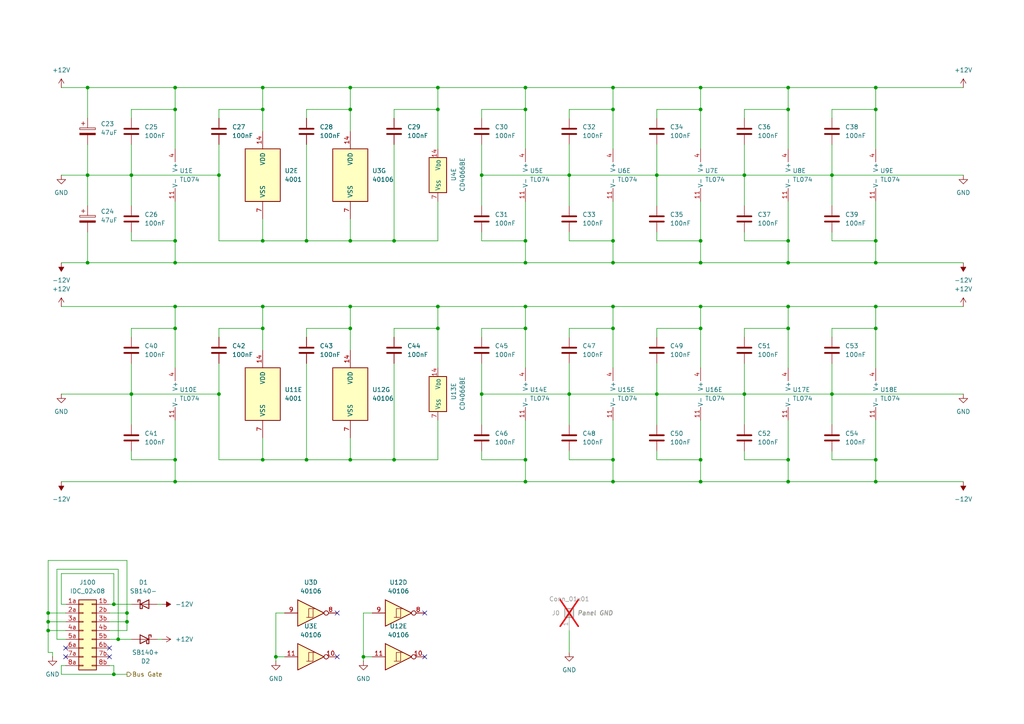
<source format=kicad_sch>
(kicad_sch (version 20250114) (generator "eeschema") (generator_version "9.0")
  (paper "A4")
  (title_block (title "Power Distribution") (company "DMH Instruments") (comment 1 "PCB for 15cm Kosmo format synthesizer module"))
  (lib_symbols
    (symbol "4xxx:4001" (pin_names (offset 1.016))
      (property "Reference" "U" (at 0 1.27 0))
      (property "Value" "4001" (at 0 -1.27 0))
      (symbol "4001_1_1"
        (pin input line (at -7.62 2.54 0) (length 4.318) (name "~") (number "1"))
        (pin input line (at -7.62 -2.54 0) (length 4.318) (name "~") (number "2"))
        (pin output inverted (at 7.62 0 180) (length 3.81) (name "~") (number "3"))
      )
      (symbol "4001_1_2"
        (pin input inverted (at -7.62 2.54 0) (length 3.81) (name "~") (number "1"))
        (pin input inverted (at -7.62 -2.54 0) (length 3.81) (name "~") (number "2"))
        (pin output line (at 7.62 0 180) (length 3.81) (name "~") (number "3"))
      )
      (symbol "4001_2_1"
        (pin input line (at -7.62 2.54 0) (length 4.318) (name "~") (number "5"))
        (pin input line (at -7.62 -2.54 0) (length 4.318) (name "~") (number "6"))
        (pin output inverted (at 7.62 0 180) (length 3.81) (name "~") (number "4"))
      )
      (symbol "4001_2_2"
        (pin input inverted (at -7.62 2.54 0) (length 3.81) (name "~") (number "5"))
        (pin input inverted (at -7.62 -2.54 0) (length 3.81) (name "~") (number "6"))
        (pin output line (at 7.62 0 180) (length 3.81) (name "~") (number "4"))
      )
      (symbol "4001_3_1"
        (pin input line (at -7.62 2.54 0) (length 4.318) (name "~") (number "8"))
        (pin input line (at -7.62 -2.54 0) (length 4.318) (name "~") (number "9"))
        (pin output inverted (at 7.62 0 180) (length 3.81) (name "~") (number "10"))
      )
      (symbol "4001_3_2"
        (pin input inverted (at -7.62 2.54 0) (length 3.81) (name "~") (number "8"))
        (pin input inverted (at -7.62 -2.54 0) (length 3.81) (name "~") (number "9"))
        (pin output line (at 7.62 0 180) (length 3.81) (name "~") (number "10"))
      )
      (symbol "4001_4_1"
        (pin input line (at -7.62 2.54 0) (length 4.318) (name "~") (number "12"))
        (pin input line (at -7.62 -2.54 0) (length 4.318) (name "~") (number "13"))
        (pin output inverted (at 7.62 0 180) (length 3.81) (name "~") (number "11"))
      )
      (symbol "4001_4_2"
        (pin input inverted (at -7.62 2.54 0) (length 3.81) (name "~") (number "12"))
        (pin input inverted (at -7.62 -2.54 0) (length 3.81) (name "~") (number "13"))
        (pin output line (at 7.62 0 180) (length 3.81) (name "~") (number "11"))
      )
      (symbol "4001_5_0"
        (pin power_in line (at 0 12.7 270) (length 5.08) (name "VDD") (number "14"))
        (pin power_in line (at 0 -12.7 90) (length 5.08) (name "VSS") (number "7"))
      )
    )
    (symbol "4xxx:40106" (pin_names (offset 1.016))
      (property "Reference" "U" (at 0 1.27 0))
      (property "Value" "40106" (at 0 -1.27 0))
      (symbol "40106_1_0"
        (pin input line (at -7.62 0 0) (length 3.81) (name "~") (number "1"))
        (pin output inverted (at 7.62 0 180) (length 3.81) (name "~") (number "2"))
      )
      (symbol "40106_2_0"
        (pin input line (at -7.62 0 0) (length 3.81) (name "~") (number "3"))
        (pin output inverted (at 7.62 0 180) (length 3.81) (name "~") (number "4"))
      )
      (symbol "40106_3_0"
        (pin input line (at -7.62 0 0) (length 3.81) (name "~") (number "5"))
        (pin output inverted (at 7.62 0 180) (length 3.81) (name "~") (number "6"))
      )
      (symbol "40106_4_0"
        (pin input line (at -7.62 0 0) (length 3.81) (name "~") (number "9"))
        (pin output inverted (at 7.62 0 180) (length 3.81) (name "~") (number "8"))
      )
      (symbol "40106_5_0"
        (pin input line (at -7.62 0 0) (length 3.81) (name "~") (number "11"))
        (pin output inverted (at 7.62 0 180) (length 3.81) (name "~") (number "10"))
      )
      (symbol "40106_6_0"
        (pin input line (at -7.62 0 0) (length 3.81) (name "~") (number "13"))
        (pin output inverted (at 7.62 0 180) (length 3.81) (name "~") (number "12"))
      )
      (symbol "40106_7_0"
        (pin power_in line (at 0 12.7 270) (length 5.08) (name "VDD") (number "14"))
        (pin power_in line (at 0 -12.7 90) (length 5.08) (name "VSS") (number "7"))
      )
    )
    (symbol "Amplifier_Operational:TL074" (pin_names (offset 0.127))
      (property "Reference" "U" (at 0 5.08 0))
      (property "Value" "TL074" (at 0 -5.08 0))
      (symbol "TL074_1_1"
        (pin input line (at -7.62 2.54 0) (length 2.54) (name "+") (number "3"))
        (pin input line (at -7.62 -2.54 0) (length 2.54) (name "-") (number "2"))
        (pin output line (at 7.62 0 180) (length 2.54) (name "~") (number "1"))
      )
      (symbol "TL074_2_1"
        (pin input line (at -7.62 2.54 0) (length 2.54) (name "+") (number "5"))
        (pin input line (at -7.62 -2.54 0) (length 2.54) (name "-") (number "6"))
        (pin output line (at 7.62 0 180) (length 2.54) (name "~") (number "7"))
      )
      (symbol "TL074_3_1"
        (pin input line (at -7.62 2.54 0) (length 2.54) (name "+") (number "10"))
        (pin input line (at -7.62 -2.54 0) (length 2.54) (name "-") (number "9"))
        (pin output line (at 7.62 0 180) (length 2.54) (name "~") (number "8"))
      )
      (symbol "TL074_4_1"
        (pin input line (at -7.62 2.54 0) (length 2.54) (name "+") (number "12"))
        (pin input line (at -7.62 -2.54 0) (length 2.54) (name "-") (number "13"))
        (pin output line (at 7.62 0 180) (length 2.54) (name "~") (number "14"))
      )
      (symbol "TL074_5_1"
        (pin power_in line (at -2.54 7.62 270) (length 3.81) (name "V+") (number "4"))
        (pin power_in line (at -2.54 -7.62 90) (length 3.81) (name "V-") (number "11"))
      )
    )
    (symbol "Analog_Switch:CD4066BE"
      (property "Reference" "U" (at -5.08 3.81 0))
      (property "Value" "CD4066BE" (at 7.62 3.81 0))
      (symbol "CD4066BE_1_1"
        (pin bidirectional line (at -7.62 0 0) (length 2.54) (name "~") (number "1"))
        (pin input line (at 0 -5.08 90) (length 2.54) (name "~") (number "13"))
        (pin bidirectional line (at 7.62 0 180) (length 2.54) (name "~") (number "2"))
      )
      (symbol "CD4066BE_2_1"
        (pin bidirectional line (at -7.62 0 0) (length 2.54) (name "~") (number "4"))
        (pin input line (at 0 -5.08 90) (length 2.54) (name "~") (number "5"))
        (pin bidirectional line (at 7.62 0 180) (length 2.54) (name "~") (number "3"))
      )
      (symbol "CD4066BE_3_1"
        (pin bidirectional line (at -7.62 0 0) (length 2.54) (name "~") (number "8"))
        (pin input line (at 0 -5.08 90) (length 2.54) (name "~") (number "6"))
        (pin bidirectional line (at 7.62 0 180) (length 2.54) (name "~") (number "9"))
      )
      (symbol "CD4066BE_4_1"
        (pin bidirectional line (at -7.62 0 0) (length 2.54) (name "~") (number "11"))
        (pin input line (at 0 -5.08 90) (length 2.54) (name "~") (number "12"))
        (pin bidirectional line (at 7.62 0 180) (length 2.54) (name "~") (number "10"))
      )
      (symbol "CD4066BE_5_1"
        (pin power_in line (at 0 7.62 270) (length 2.54) (name "V_{DD}") (number "14"))
        (pin power_in line (at 0 -7.62 90) (length 2.54) (name "V_{SS}") (number "7"))
      )
    )
    (symbol "Connector_Generic:Conn_01x01" (pin_names (offset 1.016) (hide yes))
      (property "Reference" "J" (at 0 2.54 0))
      (property "Value" "Conn_01x01" (at 0 -2.54 0))
      (symbol "Conn_01x01_1_1"
        (pin passive line (at -5.08 0 0) (length 3.81) (name "Pin_1") (number "1"))
      )
    )
    (symbol "Device:C" (pin_numbers (hide yes)) (pin_names (offset 0.254))
      (property "Reference" "C" (at 0.635 2.54 0))
      (property "Value" "C" (at 0.635 -2.54 0))
      (symbol "C_1_1"
        (pin passive line (at 0 3.81 270) (length 2.794) (name "~") (number "1"))
        (pin passive line (at 0 -3.81 90) (length 2.794) (name "~") (number "2"))
      )
    )
    (symbol "Device:C_Polarized" (pin_numbers (hide yes)) (pin_names (offset 0.254))
      (property "Reference" "C" (at 0.635 2.54 0))
      (property "Value" "C_Polarized" (at 0.635 -2.54 0))
      (symbol "C_Polarized_1_1"
        (pin passive line (at 0 3.81 270) (length 2.794) (name "~") (number "1"))
        (pin passive line (at 0 -3.81 90) (length 2.794) (name "~") (number "2"))
      )
    )
    (symbol "SynthStuff:Eurorack_Power_Connector_16Pin" (pin_names (offset 1.016) (hide yes))
      (property "Reference" "J" (at 1.27 -16.51 0))
      (property "Value" "IDC_02x08" (at 1.27 -13.97 0))
      (symbol "Eurorack_Power_Connector_16Pin_1_1"
        (pin power_out line (at -5.08 7.62 0) (length 3.81) (name "Pin_1a") (number "1a"))
        (pin power_out line (at -5.08 5.08 0) (length 3.81) (name "Pin_2a") (number "2a"))
        (pin passive line (at -5.08 2.54 0) (length 3.81) (name "Pin_3a") (number "3a"))
        (pin passive line (at -5.08 0 0) (length 3.81) (name "Pin_4a") (number "4a"))
        (pin power_out line (at -5.08 -2.54 0) (length 3.81) (name "Pin_5a") (number "5a"))
        (pin power_out line (at -5.08 -5.08 0) (length 3.81) (name "Pin_6a") (number "6a"))
        (pin passive line (at -5.08 -7.62 0) (length 3.81) (name "Pin_7a") (number "7a"))
        (pin passive line (at -5.08 -10.16 0) (length 3.81) (name "Pin_8a") (number "8a"))
        (pin passive line (at 7.62 7.62 180) (length 3.81) (name "Pin_1b") (number "1b"))
        (pin passive line (at 7.62 5.08 180) (length 3.81) (name "Pin_2b") (number "2b"))
        (pin passive line (at 7.62 2.54 180) (length 3.81) (name "Pin_3b") (number "3b"))
        (pin passive line (at 7.62 0 180) (length 3.81) (name "Pin_4b") (number "4b"))
        (pin passive line (at 7.62 -2.54 180) (length 3.81) (name "Pin_5b") (number "5b"))
        (pin passive line (at 7.62 -5.08 180) (length 3.81) (name "Pin_6b") (number "6b"))
        (pin passive line (at 7.62 -7.62 180) (length 3.81) (name "Pin_7b") (number "7b"))
        (pin passive line (at 7.62 -10.16 180) (length 3.81) (name "Pin_8b") (number "8b"))
      )
    )
    (symbol "SynthStuff:Power_Bus_Schotty_+" (pin_numbers (hide yes)) (pin_names (offset 1.016) (hide yes))
      (property "Reference" "D" (at 0 2.54 0))
      (property "Value" "SB140+" (at 0 -2.54 0))
      (symbol "Power_Bus_Schotty_+_1_1"
        (pin power_out line (at -3.81 0 0) (length 2.54) (name "K") (number "1"))
        (pin power_in line (at 3.81 0 180) (length 2.54) (name "A") (number "2"))
      )
    )
    (symbol "SynthStuff:Power_Bus_Schotty_-" (pin_numbers (hide yes)) (pin_names (offset 1.016) (hide yes))
      (property "Reference" "D" (at 0 2.54 0))
      (property "Value" "SB140-" (at 0 -2.54 0))
      (symbol "Power_Bus_Schotty_-_1_1"
        (pin power_in line (at -3.81 0 0) (length 2.54) (name "K") (number "1"))
        (pin power_out line (at 3.81 0 180) (length 2.54) (name "A") (number "2"))
      )
    )
    (symbol "power:+12V" (power) (pin_numbers (hide yes)) (pin_names (offset 0) (hide yes))
      (property "Value" "+12V" (at 0 3.556 0))
      (symbol "+12V_1_1"
        (pin power_in line (at 0 0 90) (length 0) (name "~") (number "1"))
      )
    )
    (symbol "power:-12V" (power) (pin_numbers (hide yes)) (pin_names (offset 0) (hide yes))
      (property "Value" "-12V" (at 0 3.556 0))
      (symbol "-12V_0_0"
        (pin power_in line (at 0 0 90) (length 0) (name "~") (number "1"))
      )
    )
    (symbol "power:GND" (power) (pin_numbers (hide yes)) (pin_names (offset 0) (hide yes))
      (property "Value" "GND" (at 0 -3.81 0))
      (symbol "GND_1_1"
        (pin power_in line (at 0 0 270) (length 0) (name "~") (number "1"))
      )
    )
  )
  (junction (at 190.5 50.8))
  (junction (at 228.6 95.25))
  (junction (at 101.6 95.25))
  (junction (at 228.6 133.35))
  (junction (at 203.2 76.2))
  (junction (at 177.8 88.9))
  (junction (at 203.2 25.4))
  (junction (at 50.8 95.25))
  (junction (at 80.01 190.5))
  (junction (at 76.2 25.4))
  (junction (at 254 69.85))
  (junction (at 50.8 139.7))
  (junction (at 241.3 114.3))
  (junction (at 177.8 133.35))
  (junction (at 177.8 31.75))
  (junction (at 203.2 88.9))
  (junction (at 177.8 95.25))
  (junction (at 254 25.4))
  (junction (at 101.6 31.75))
  (junction (at 177.8 139.7))
  (junction (at 152.4 25.4))
  (junction (at 13.97 182.88))
  (junction (at 25.4 76.2))
  (junction (at 33.02 175.26))
  (junction (at 101.6 25.4))
  (junction (at 241.3 50.8))
  (junction (at 228.6 69.85))
  (junction (at 177.8 69.85))
  (junction (at 203.2 31.75))
  (junction (at 203.2 95.25))
  (junction (at 254 31.75))
  (junction (at 76.2 69.85))
  (junction (at 228.6 31.75))
  (junction (at 152.4 95.25))
  (junction (at 50.8 76.2))
  (junction (at 63.5 50.8))
  (junction (at 152.4 139.7))
  (junction (at 76.2 88.9))
  (junction (at 101.6 133.35))
  (junction (at 50.8 25.4))
  (junction (at 228.6 139.7))
  (junction (at 36.83 180.34))
  (junction (at 165.1 50.8))
  (junction (at 152.4 76.2))
  (junction (at 34.29 185.42))
  (junction (at 152.4 88.9))
  (junction (at 139.7 114.3))
  (junction (at 114.3 69.85))
  (junction (at 50.8 88.9))
  (junction (at 203.2 133.35))
  (junction (at 105.41 190.5))
  (junction (at 76.2 95.25))
  (junction (at 254 133.35))
  (junction (at 38.1 50.8))
  (junction (at 254 88.9))
  (junction (at 228.6 88.9))
  (junction (at 88.9 133.35))
  (junction (at 215.9 114.3))
  (junction (at 88.9 69.85))
  (junction (at 101.6 69.85))
  (junction (at 127 31.75))
  (junction (at 36.83 177.8))
  (junction (at 114.3 133.35))
  (junction (at 76.2 31.75))
  (junction (at 228.6 76.2))
  (junction (at 127 25.4))
  (junction (at 152.4 31.75))
  (junction (at 13.97 180.34))
  (junction (at 165.1 114.3))
  (junction (at 76.2 133.35))
  (junction (at 177.8 25.4))
  (junction (at 63.5 114.3))
  (junction (at 190.5 114.3))
  (junction (at 254 76.2))
  (junction (at 203.2 139.7))
  (junction (at 50.8 31.75))
  (junction (at 127 88.9))
  (junction (at 33.02 195.58))
  (junction (at 13.97 177.8))
  (junction (at 215.9 50.8))
  (junction (at 228.6 25.4))
  (junction (at 38.1 114.3))
  (junction (at 25.4 50.8))
  (junction (at 152.4 133.35))
  (junction (at 254 139.7))
  (junction (at 50.8 133.35))
  (junction (at 139.7 50.8))
  (junction (at 177.8 76.2))
  (junction (at 127 95.25))
  (junction (at 152.4 69.85))
  (junction (at 101.6 88.9))
  (junction (at 50.8 69.85))
  (junction (at 203.2 69.85))
  (junction (at 25.4 25.4))
  (junction (at 254 95.25))
  (no_connect (at 123.19 177.8))
  (no_connect (at 97.79 190.5))
  (no_connect (at 31.75 190.5))
  (no_connect (at 19.05 187.96))
  (no_connect (at 31.75 187.96))
  (no_connect (at 97.79 177.8))
  (no_connect (at 123.19 190.5))
  (no_connect (at 19.05 190.5))
  (wire (pts (xy 38.1 114.3) (xy 38.1 123.19)))
  (wire (pts (xy 33.02 195.58) (xy 36.83 195.58)))
  (wire (pts (xy 38.1 34.29) (xy 38.1 31.75)))
  (wire (pts (xy 114.3 41.91) (xy 114.3 69.85)))
  (wire (pts (xy 254 25.4) (xy 279.4 25.4)))
  (wire (pts (xy 215.9 50.8) (xy 241.3 50.8)))
  (wire (pts (xy 215.9 31.75) (xy 228.6 31.75)))
  (wire (pts (xy 114.3 31.75) (xy 127 31.75)))
  (wire (pts (xy 13.97 162.56) (xy 13.97 177.8)))
  (wire (pts (xy 33.02 195.58) (xy 33.02 193.04)))
  (wire (pts (xy 25.4 76.2) (xy 50.8 76.2)))
  (wire (pts (xy 139.7 105.41) (xy 139.7 114.3)))
  (wire (pts (xy 17.78 88.9) (xy 50.8 88.9)))
  (wire (pts (xy 152.4 139.7) (xy 177.8 139.7)))
  (wire (pts (xy 88.9 41.91) (xy 88.9 69.85)))
  (wire (pts (xy 139.7 50.8) (xy 139.7 59.69)))
  (wire (pts (xy 152.4 88.9) (xy 177.8 88.9)))
  (wire (pts (xy 80.01 191.77) (xy 80.01 190.5)))
  (wire (pts (xy 177.8 58.42) (xy 177.8 69.85)))
  (wire (pts (xy 38.1 114.3) (xy 63.5 114.3)))
  (wire (pts (xy 190.5 133.35) (xy 203.2 133.35)))
  (wire (pts (xy 139.7 133.35) (xy 152.4 133.35)))
  (wire (pts (xy 190.5 114.3) (xy 215.9 114.3)))
  (wire (pts (xy 76.2 127) (xy 76.2 133.35)))
  (wire (pts (xy 152.4 88.9) (xy 152.4 95.25)))
  (wire (pts (xy 152.4 25.4) (xy 177.8 25.4)))
  (wire (pts (xy 215.9 67.31) (xy 215.9 69.85)))
  (wire (pts (xy 101.6 95.25) (xy 101.6 101.6)))
  (wire (pts (xy 17.78 50.8) (xy 25.4 50.8)))
  (wire (pts (xy 190.5 114.3) (xy 190.5 123.19)))
  (wire (pts (xy 13.97 180.34) (xy 13.97 177.8)))
  (wire (pts (xy 152.4 25.4) (xy 152.4 31.75)))
  (wire (pts (xy 17.78 139.7) (xy 50.8 139.7)))
  (wire (pts (xy 63.5 114.3) (xy 63.5 133.35)))
  (wire (pts (xy 254 31.75) (xy 254 43.18)))
  (wire (pts (xy 88.9 133.35) (xy 101.6 133.35)))
  (wire (pts (xy 228.6 121.92) (xy 228.6 133.35)))
  (wire (pts (xy 215.9 114.3) (xy 241.3 114.3)))
  (wire (pts (xy 50.8 76.2) (xy 152.4 76.2)))
  (wire (pts (xy 215.9 69.85) (xy 228.6 69.85)))
  (wire (pts (xy 190.5 95.25) (xy 203.2 95.25)))
  (wire (pts (xy 38.1 69.85) (xy 50.8 69.85)))
  (wire (pts (xy 241.3 31.75) (xy 254 31.75)))
  (wire (pts (xy 34.29 165.1) (xy 34.29 185.42)))
  (wire (pts (xy 228.6 88.9) (xy 228.6 95.25)))
  (wire (pts (xy 152.4 69.85) (xy 152.4 76.2)))
  (wire (pts (xy 139.7 130.81) (xy 139.7 133.35)))
  (wire (pts (xy 177.8 25.4) (xy 177.8 31.75)))
  (wire (pts (xy 254 95.25) (xy 254 106.68)))
  (wire (pts (xy 105.41 191.77) (xy 105.41 190.5)))
  (wire (pts (xy 50.8 69.85) (xy 50.8 76.2)))
  (wire (pts (xy 19.05 180.34) (xy 13.97 180.34)))
  (wire (pts (xy 152.4 76.2) (xy 177.8 76.2)))
  (wire (pts (xy 203.2 121.92) (xy 203.2 133.35)))
  (wire (pts (xy 80.01 190.5) (xy 80.01 177.8)))
  (wire (pts (xy 50.8 58.42) (xy 50.8 69.85)))
  (wire (pts (xy 19.05 185.42) (xy 16.51 185.42)))
  (wire (pts (xy 114.3 97.79) (xy 114.3 95.25)))
  (wire (pts (xy 101.6 88.9) (xy 101.6 95.25)))
  (wire (pts (xy 38.1 31.75) (xy 50.8 31.75)))
  (wire (pts (xy 50.8 95.25) (xy 50.8 106.68)))
  (wire (pts (xy 165.1 69.85) (xy 177.8 69.85)))
  (wire (pts (xy 76.2 63.5) (xy 76.2 69.85)))
  (wire (pts (xy 228.6 95.25) (xy 228.6 106.68)))
  (wire (pts (xy 190.5 34.29) (xy 190.5 31.75)))
  (wire (pts (xy 203.2 76.2) (xy 228.6 76.2)))
  (wire (pts (xy 25.4 25.4) (xy 25.4 34.29)))
  (wire (pts (xy 165.1 50.8) (xy 190.5 50.8)))
  (wire (pts (xy 177.8 88.9) (xy 203.2 88.9)))
  (wire (pts (xy 241.3 41.91) (xy 241.3 50.8)))
  (wire (pts (xy 50.8 25.4) (xy 76.2 25.4)))
  (wire (pts (xy 105.41 177.8) (xy 107.95 177.8)))
  (wire (pts (xy 177.8 69.85) (xy 177.8 76.2)))
  (wire (pts (xy 190.5 31.75) (xy 203.2 31.75)))
  (wire (pts (xy 114.3 105.41) (xy 114.3 133.35)))
  (wire (pts (xy 139.7 67.31) (xy 139.7 69.85)))
  (wire (pts (xy 139.7 50.8) (xy 165.1 50.8)))
  (wire (pts (xy 17.78 25.4) (xy 25.4 25.4)))
  (wire (pts (xy 31.75 185.42) (xy 34.29 185.42)))
  (wire (pts (xy 127 25.4) (xy 127 31.75)))
  (wire (pts (xy 241.3 95.25) (xy 254 95.25)))
  (wire (pts (xy 19.05 177.8) (xy 13.97 177.8)))
  (wire (pts (xy 177.8 133.35) (xy 177.8 139.7)))
  (wire (pts (xy 36.83 162.56) (xy 13.97 162.56)))
  (wire (pts (xy 38.1 133.35) (xy 50.8 133.35)))
  (wire (pts (xy 31.75 182.88) (xy 36.83 182.88)))
  (wire (pts (xy 105.41 190.5) (xy 107.95 190.5)))
  (wire (pts (xy 38.1 67.31) (xy 38.1 69.85)))
  (wire (pts (xy 215.9 133.35) (xy 228.6 133.35)))
  (wire (pts (xy 101.6 133.35) (xy 114.3 133.35)))
  (wire (pts (xy 38.1 105.41) (xy 38.1 114.3)))
  (wire (pts (xy 190.5 67.31) (xy 190.5 69.85)))
  (wire (pts (xy 88.9 34.29) (xy 88.9 31.75)))
  (wire (pts (xy 19.05 182.88) (xy 13.97 182.88)))
  (wire (pts (xy 13.97 189.23) (xy 13.97 182.88)))
  (wire (pts (xy 228.6 25.4) (xy 228.6 31.75)))
  (wire (pts (xy 203.2 139.7) (xy 228.6 139.7)))
  (wire (pts (xy 241.3 67.31) (xy 241.3 69.85)))
  (wire (pts (xy 25.4 25.4) (xy 50.8 25.4)))
  (wire (pts (xy 127 121.92) (xy 127 133.35)))
  (wire (pts (xy 228.6 31.75) (xy 228.6 43.18)))
  (wire (pts (xy 31.75 193.04) (xy 33.02 193.04)))
  (wire (pts (xy 34.29 185.42) (xy 38.1 185.42)))
  (wire (pts (xy 63.5 41.91) (xy 63.5 50.8)))
  (wire (pts (xy 241.3 114.3) (xy 241.3 123.19)))
  (wire (pts (xy 76.2 88.9) (xy 101.6 88.9)))
  (wire (pts (xy 88.9 95.25) (xy 101.6 95.25)))
  (wire (pts (xy 114.3 34.29) (xy 114.3 31.75)))
  (wire (pts (xy 127 133.35) (xy 114.3 133.35)))
  (wire (pts (xy 228.6 139.7) (xy 254 139.7)))
  (wire (pts (xy 165.1 114.3) (xy 190.5 114.3)))
  (wire (pts (xy 17.78 114.3) (xy 38.1 114.3)))
  (wire (pts (xy 36.83 177.8) (xy 36.83 162.56)))
  (wire (pts (xy 254 121.92) (xy 254 133.35)))
  (wire (pts (xy 76.2 25.4) (xy 76.2 31.75)))
  (wire (pts (xy 31.75 180.34) (xy 36.83 180.34)))
  (wire (pts (xy 177.8 31.75) (xy 177.8 43.18)))
  (wire (pts (xy 203.2 25.4) (xy 228.6 25.4)))
  (wire (pts (xy 165.1 182.88) (xy 165.1 189.23)))
  (wire (pts (xy 254 58.42) (xy 254 69.85)))
  (wire (pts (xy 19.05 175.26) (xy 17.78 175.26)))
  (wire (pts (xy 76.2 88.9) (xy 76.2 95.25)))
  (wire (pts (xy 228.6 76.2) (xy 254 76.2)))
  (wire (pts (xy 63.5 97.79) (xy 63.5 95.25)))
  (wire (pts (xy 190.5 50.8) (xy 190.5 59.69)))
  (wire (pts (xy 114.3 95.25) (xy 127 95.25)))
  (wire (pts (xy 31.75 175.26) (xy 33.02 175.26)))
  (wire (pts (xy 254 88.9) (xy 254 95.25)))
  (wire (pts (xy 101.6 25.4) (xy 127 25.4)))
  (wire (pts (xy 254 88.9) (xy 279.4 88.9)))
  (wire (pts (xy 228.6 25.4) (xy 254 25.4)))
  (wire (pts (xy 45.72 175.26) (xy 46.99 175.26)))
  (wire (pts (xy 101.6 133.35) (xy 101.6 127)))
  (wire (pts (xy 127 25.4) (xy 152.4 25.4)))
  (wire (pts (xy 101.6 69.85) (xy 101.6 63.5)))
  (wire (pts (xy 45.72 185.42) (xy 46.99 185.42)))
  (wire (pts (xy 76.2 95.25) (xy 76.2 101.6)))
  (wire (pts (xy 203.2 88.9) (xy 203.2 95.25)))
  (wire (pts (xy 36.83 182.88) (xy 36.83 180.34)))
  (wire (pts (xy 25.4 41.91) (xy 25.4 50.8)))
  (wire (pts (xy 63.5 50.8) (xy 63.5 69.85)))
  (wire (pts (xy 241.3 105.41) (xy 241.3 114.3)))
  (wire (pts (xy 228.6 88.9) (xy 254 88.9)))
  (wire (pts (xy 25.4 50.8) (xy 25.4 59.69)))
  (wire (pts (xy 165.1 130.81) (xy 165.1 133.35)))
  (wire (pts (xy 139.7 41.91) (xy 139.7 50.8)))
  (wire (pts (xy 50.8 133.35) (xy 50.8 139.7)))
  (wire (pts (xy 228.6 133.35) (xy 228.6 139.7)))
  (wire (pts (xy 101.6 25.4) (xy 101.6 31.75)))
  (wire (pts (xy 63.5 105.41) (xy 63.5 114.3)))
  (wire (pts (xy 254 25.4) (xy 254 31.75)))
  (wire (pts (xy 241.3 50.8) (xy 279.4 50.8)))
  (wire (pts (xy 190.5 130.81) (xy 190.5 133.35)))
  (wire (pts (xy 16.51 165.1) (xy 34.29 165.1)))
  (wire (pts (xy 165.1 114.3) (xy 165.1 123.19)))
  (wire (pts (xy 80.01 190.5) (xy 82.55 190.5)))
  (wire (pts (xy 152.4 95.25) (xy 152.4 106.68)))
  (wire (pts (xy 33.02 166.37) (xy 33.02 175.26)))
  (wire (pts (xy 76.2 31.75) (xy 76.2 38.1)))
  (wire (pts (xy 139.7 69.85) (xy 152.4 69.85)))
  (wire (pts (xy 127 31.75) (xy 127 43.18)))
  (wire (pts (xy 215.9 41.91) (xy 215.9 50.8)))
  (wire (pts (xy 190.5 50.8) (xy 215.9 50.8)))
  (wire (pts (xy 17.78 166.37) (xy 33.02 166.37)))
  (wire (pts (xy 165.1 67.31) (xy 165.1 69.85)))
  (wire (pts (xy 139.7 114.3) (xy 139.7 123.19)))
  (wire (pts (xy 38.1 130.81) (xy 38.1 133.35)))
  (wire (pts (xy 50.8 88.9) (xy 50.8 95.25)))
  (wire (pts (xy 63.5 95.25) (xy 76.2 95.25)))
  (wire (pts (xy 76.2 25.4) (xy 101.6 25.4)))
  (wire (pts (xy 50.8 88.9) (xy 76.2 88.9)))
  (wire (pts (xy 17.78 195.58) (xy 33.02 195.58)))
  (wire (pts (xy 38.1 41.91) (xy 38.1 50.8)))
  (wire (pts (xy 101.6 69.85) (xy 114.3 69.85)))
  (wire (pts (xy 38.1 95.25) (xy 50.8 95.25)))
  (wire (pts (xy 88.9 97.79) (xy 88.9 95.25)))
  (wire (pts (xy 139.7 31.75) (xy 152.4 31.75)))
  (wire (pts (xy 215.9 105.41) (xy 215.9 114.3)))
  (wire (pts (xy 215.9 95.25) (xy 228.6 95.25)))
  (wire (pts (xy 50.8 139.7) (xy 152.4 139.7)))
  (wire (pts (xy 63.5 31.75) (xy 76.2 31.75)))
  (wire (pts (xy 177.8 95.25) (xy 177.8 106.68)))
  (wire (pts (xy 215.9 97.79) (xy 215.9 95.25)))
  (wire (pts (xy 152.4 121.92) (xy 152.4 133.35)))
  (wire (pts (xy 152.4 31.75) (xy 152.4 43.18)))
  (wire (pts (xy 241.3 50.8) (xy 241.3 59.69)))
  (wire (pts (xy 190.5 105.41) (xy 190.5 114.3)))
  (wire (pts (xy 254 76.2) (xy 279.4 76.2)))
  (wire (pts (xy 38.1 97.79) (xy 38.1 95.25)))
  (wire (pts (xy 254 69.85) (xy 254 76.2)))
  (wire (pts (xy 152.4 58.42) (xy 152.4 69.85)))
  (wire (pts (xy 241.3 97.79) (xy 241.3 95.25)))
  (wire (pts (xy 241.3 130.81) (xy 241.3 133.35)))
  (wire (pts (xy 241.3 133.35) (xy 254 133.35)))
  (wire (pts (xy 203.2 88.9) (xy 228.6 88.9)))
  (wire (pts (xy 203.2 31.75) (xy 203.2 43.18)))
  (wire (pts (xy 38.1 50.8) (xy 63.5 50.8)))
  (wire (pts (xy 127 58.42) (xy 127 69.85)))
  (wire (pts (xy 33.02 175.26) (xy 38.1 175.26)))
  (wire (pts (xy 215.9 130.81) (xy 215.9 133.35)))
  (wire (pts (xy 165.1 97.79) (xy 165.1 95.25)))
  (wire (pts (xy 177.8 25.4) (xy 203.2 25.4)))
  (wire (pts (xy 25.4 67.31) (xy 25.4 76.2)))
  (wire (pts (xy 241.3 34.29) (xy 241.3 31.75)))
  (wire (pts (xy 80.01 177.8) (xy 82.55 177.8)))
  (wire (pts (xy 15.24 189.23) (xy 13.97 189.23)))
  (wire (pts (xy 63.5 69.85) (xy 76.2 69.85)))
  (wire (pts (xy 127 88.9) (xy 127 95.25)))
  (wire (pts (xy 88.9 105.41) (xy 88.9 133.35)))
  (wire (pts (xy 105.41 190.5) (xy 105.41 177.8)))
  (wire (pts (xy 241.3 69.85) (xy 254 69.85)))
  (wire (pts (xy 63.5 34.29) (xy 63.5 31.75)))
  (wire (pts (xy 101.6 88.9) (xy 127 88.9)))
  (wire (pts (xy 127 95.25) (xy 127 106.68)))
  (wire (pts (xy 17.78 193.04) (xy 17.78 195.58)))
  (wire (pts (xy 165.1 50.8) (xy 165.1 59.69)))
  (wire (pts (xy 50.8 31.75) (xy 50.8 43.18)))
  (wire (pts (xy 139.7 97.79) (xy 139.7 95.25)))
  (wire (pts (xy 76.2 69.85) (xy 88.9 69.85)))
  (wire (pts (xy 165.1 133.35) (xy 177.8 133.35)))
  (wire (pts (xy 76.2 133.35) (xy 88.9 133.35)))
  (wire (pts (xy 19.05 193.04) (xy 17.78 193.04)))
  (wire (pts (xy 190.5 97.79) (xy 190.5 95.25)))
  (wire (pts (xy 215.9 114.3) (xy 215.9 123.19)))
  (wire (pts (xy 17.78 76.2) (xy 25.4 76.2)))
  (wire (pts (xy 88.9 31.75) (xy 101.6 31.75)))
  (wire (pts (xy 165.1 105.41) (xy 165.1 114.3)))
  (wire (pts (xy 203.2 133.35) (xy 203.2 139.7)))
  (wire (pts (xy 15.24 190.5) (xy 15.24 189.23)))
  (wire (pts (xy 127 88.9) (xy 152.4 88.9)))
  (wire (pts (xy 203.2 25.4) (xy 203.2 31.75)))
  (wire (pts (xy 31.75 177.8) (xy 36.83 177.8)))
  (wire (pts (xy 63.5 133.35) (xy 76.2 133.35)))
  (wire (pts (xy 13.97 182.88) (xy 13.97 180.34)))
  (wire (pts (xy 203.2 58.42) (xy 203.2 69.85)))
  (wire (pts (xy 139.7 95.25) (xy 152.4 95.25)))
  (wire (pts (xy 127 69.85) (xy 114.3 69.85)))
  (wire (pts (xy 139.7 114.3) (xy 165.1 114.3)))
  (wire (pts (xy 177.8 88.9) (xy 177.8 95.25)))
  (wire (pts (xy 165.1 95.25) (xy 177.8 95.25)))
  (wire (pts (xy 177.8 139.7) (xy 203.2 139.7)))
  (wire (pts (xy 228.6 58.42) (xy 228.6 69.85)))
  (wire (pts (xy 190.5 41.91) (xy 190.5 50.8)))
  (wire (pts (xy 177.8 121.92) (xy 177.8 133.35)))
  (wire (pts (xy 203.2 69.85) (xy 203.2 76.2)))
  (wire (pts (xy 152.4 133.35) (xy 152.4 139.7)))
  (wire (pts (xy 215.9 34.29) (xy 215.9 31.75)))
  (wire (pts (xy 228.6 69.85) (xy 228.6 76.2)))
  (wire (pts (xy 139.7 34.29) (xy 139.7 31.75)))
  (wire (pts (xy 88.9 69.85) (xy 101.6 69.85)))
  (wire (pts (xy 254 133.35) (xy 254 139.7)))
  (wire (pts (xy 241.3 114.3) (xy 279.4 114.3)))
  (wire (pts (xy 16.51 185.42) (xy 16.51 165.1)))
  (wire (pts (xy 50.8 25.4) (xy 50.8 31.75)))
  (wire (pts (xy 165.1 41.91) (xy 165.1 50.8)))
  (wire (pts (xy 17.78 175.26) (xy 17.78 166.37)))
  (wire (pts (xy 36.83 180.34) (xy 36.83 177.8)))
  (wire (pts (xy 177.8 76.2) (xy 203.2 76.2)))
  (wire (pts (xy 101.6 31.75) (xy 101.6 38.1)))
  (wire (pts (xy 203.2 95.25) (xy 203.2 106.68)))
  (wire (pts (xy 38.1 50.8) (xy 38.1 59.69)))
  (wire (pts (xy 254 139.7) (xy 279.4 139.7)))
  (wire (pts (xy 25.4 50.8) (xy 38.1 50.8)))
  (wire (pts (xy 190.5 69.85) (xy 203.2 69.85)))
  (wire (pts (xy 50.8 121.92) (xy 50.8 133.35)))
  (wire (pts (xy 165.1 31.75) (xy 177.8 31.75)))
  (wire (pts (xy 215.9 50.8) (xy 215.9 59.69)))
  (wire (pts (xy 165.1 34.29) (xy 165.1 31.75)))
  (hierarchical_label "Bus Gate" (shape output) (at 36.83 195.58 0))
  (symbol (lib_id "Amplifier_Operational:TL074") (at 231.14 50.8 0) (unit 5)
    (property "Reference" "U8" (at 229.87 49.5299 0) (effects (justify left)))
    (property "Value" "TL074" (at 229.87 52.0699 0) (effects (justify left)))
    (property "Footprint" "Package_DIP:DIP-14_W7.62mm_Socket" (effects (hide yes)))
    (property "Datasheet" "http://www.ti.com/lit/ds/symlink/tl071.pdf" (effects (hide yes)))
    (property "Description" "Quad Low-Noise JFET-Input Operational Amplifiers, DIP-14/SOIC-14" (effects (hide yes)))
  )
  (symbol (lib_id "power:GND") (at 279.4 114.3 0) (unit 1)
    (property "Reference" "#PWR0104" (effects (hide yes)))
    (property "Value" "GND" (at 279.4 119.38 0))
    (property "Description" "Power symbol creates a global label with name \"GND\" , ground" (effects (hide yes)))
  )
  (symbol (lib_id "Device:C") (at 38.1 38.1 0) (unit 1)
    (property "Reference" "C25" (at 41.91 36.8299 0) (effects (justify left)))
    (property "Value" "100nF" (at 41.91 39.3699 0) (effects (justify left)))
    (property "Footprint" "Capacitor_THT:C_Disc_D4.3mm_W1.9mm_P5.00mm" (effects (hide yes)))
    (property "Description" "Unpolarized capacitor" (effects (hide yes)))
  )
  (symbol (lib_id "Amplifier_Operational:TL074") (at 205.74 50.8 0) (unit 5)
    (property "Reference" "U7" (at 204.47 49.5299 0) (effects (justify left)))
    (property "Value" "TL074" (at 204.47 52.0699 0) (effects (justify left)))
    (property "Footprint" "Package_DIP:DIP-14_W7.62mm_Socket" (effects (hide yes)))
    (property "Datasheet" "http://www.ti.com/lit/ds/symlink/tl071.pdf" (effects (hide yes)))
    (property "Description" "Quad Low-Noise JFET-Input Operational Amplifiers, DIP-14/SOIC-14" (effects (hide yes)))
  )
  (symbol (lib_id "power:GND") (at 17.78 114.3 0) (unit 1)
    (property "Reference" "#PWR0111" (effects (hide yes)))
    (property "Value" "GND" (at 17.78 119.38 0))
    (property "Description" "Power symbol creates a global label with name \"GND\" , ground" (effects (hide yes)))
  )
  (symbol (lib_id "Device:C") (at 241.3 38.1 0) (unit 1)
    (property "Reference" "C38" (at 245.11 36.8299 0) (effects (justify left)))
    (property "Value" "100nF" (at 245.11 39.3699 0) (effects (justify left)))
    (property "Footprint" "Capacitor_THT:C_Disc_D4.3mm_W1.9mm_P5.00mm" (effects (hide yes)))
    (property "Description" "Unpolarized capacitor" (effects (hide yes)))
  )
  (symbol (lib_id "Device:C_Polarized") (at 25.4 63.5 0) (unit 1)
    (property "Reference" "C24" (at 29.21 61.3409 0) (effects (justify left)))
    (property "Value" "47uF" (at 29.21 63.8809 0) (effects (justify left)))
    (property "Footprint" "Capacitor_THT:CP_Radial_D5.0mm_P2.00mm" (effects (hide yes)))
    (property "Description" "Polarized capacitor" (effects (hide yes)))
  )
  (symbol (lib_id "Device:C") (at 139.7 38.1 0) (unit 1)
    (property "Reference" "C30" (at 143.51 36.8299 0) (effects (justify left)))
    (property "Value" "100nF" (at 143.51 39.3699 0) (effects (justify left)))
    (property "Footprint" "Capacitor_THT:C_Disc_D4.3mm_W1.9mm_P5.00mm" (effects (hide yes)))
    (property "Description" "Unpolarized capacitor" (effects (hide yes)))
  )
  (symbol (lib_id "Device:C") (at 165.1 38.1 0) (unit 1)
    (property "Reference" "C32" (at 168.91 36.8299 0) (effects (justify left)))
    (property "Value" "100nF" (at 168.91 39.3699 0) (effects (justify left)))
    (property "Footprint" "Capacitor_THT:C_Disc_D4.3mm_W1.9mm_P5.00mm" (effects (hide yes)))
    (property "Description" "Unpolarized capacitor" (effects (hide yes)))
  )
  (symbol (lib_id "power:GND") (at 15.24 190.5 0) (unit 1)
    (property "Reference" "#PWR0115" (effects (hide yes)))
    (property "Value" "GND" (at 15.24 195.58 0))
    (property "Description" "Power symbol creates a global label with name \"GND\" , ground" (effects (hide yes)))
  )
  (symbol (lib_id "power:+12V") (at 46.99 185.42 270) (unit 1)
    (property "Reference" "#PWR0107" (effects (hide yes)))
    (property "Value" "+12V" (at 50.8 185.4199 90) (effects (justify left)))
    (property "Description" "Power symbol creates a global label with name \"+12V\"" (effects (hide yes)))
  )
  (symbol (lib_id "Device:C") (at 215.9 127 0) (unit 1)
    (property "Reference" "C52" (at 219.71 125.7299 0) (effects (justify left)))
    (property "Value" "100nF" (at 219.71 128.2699 0) (effects (justify left)))
    (property "Footprint" "Capacitor_THT:C_Disc_D4.3mm_W1.9mm_P5.00mm" (effects (hide yes)))
    (property "Description" "Unpolarized capacitor" (effects (hide yes)))
  )
  (symbol (lib_id "Device:C") (at 38.1 127 0) (unit 1)
    (property "Reference" "C41" (at 41.91 125.7299 0) (effects (justify left)))
    (property "Value" "100nF" (at 41.91 128.2699 0) (effects (justify left)))
    (property "Footprint" "Capacitor_THT:C_Disc_D4.3mm_W1.9mm_P5.00mm" (effects (hide yes)))
    (property "Description" "Unpolarized capacitor" (effects (hide yes)))
  )
  (symbol (lib_id "Device:C") (at 165.1 63.5 0) (unit 1)
    (property "Reference" "C33" (at 168.91 62.2299 0) (effects (justify left)))
    (property "Value" "100nF" (at 168.91 64.7699 0) (effects (justify left)))
    (property "Footprint" "Capacitor_THT:C_Disc_D4.3mm_W1.9mm_P5.00mm" (effects (hide yes)))
    (property "Description" "Unpolarized capacitor" (effects (hide yes)))
  )
  (symbol (lib_id "power:+12V") (at 17.78 25.4 0) (unit 1)
    (property "Reference" "#PWR0110" (effects (hide yes)))
    (property "Value" "+12V" (at 17.78 20.32 0))
    (property "Description" "Power symbol creates a global label with name \"+12V\"" (effects (hide yes)))
  )
  (symbol (lib_id "Device:C") (at 88.9 101.6 0) (unit 1)
    (property "Reference" "C43" (at 92.71 100.3299 0) (effects (justify left)))
    (property "Value" "100nF" (at 92.71 102.8699 0) (effects (justify left)))
    (property "Footprint" "Capacitor_THT:C_Disc_D4.3mm_W1.9mm_P5.00mm" (effects (hide yes)))
    (property "Description" "Unpolarized capacitor" (effects (hide yes)))
  )
  (symbol (lib_id "power:-12V") (at 17.78 139.7 180) (unit 1)
    (property "Reference" "#PWR0112" (effects (hide yes)))
    (property "Value" "-12V" (at 17.78 144.78 0))
    (property "Description" "Power symbol creates a global label with name \"-12V\"" (effects (hide yes)))
  )
  (symbol (lib_id "Device:C") (at 190.5 38.1 0) (unit 1)
    (property "Reference" "C34" (at 194.31 36.8299 0) (effects (justify left)))
    (property "Value" "100nF" (at 194.31 39.3699 0) (effects (justify left)))
    (property "Footprint" "Capacitor_THT:C_Disc_D4.3mm_W1.9mm_P5.00mm" (effects (hide yes)))
    (property "Description" "Unpolarized capacitor" (effects (hide yes)))
  )
  (symbol (lib_id "power:-12V") (at 17.78 76.2 180) (unit 1)
    (property "Reference" "#PWR0113" (effects (hide yes)))
    (property "Value" "-12V" (at 17.78 81.28 0))
    (property "Description" "Power symbol creates a global label with name \"-12V\"" (effects (hide yes)))
  )
  (symbol (lib_id "Device:C") (at 139.7 127 0) (unit 1)
    (property "Reference" "C46" (at 143.51 125.7299 0) (effects (justify left)))
    (property "Value" "100nF" (at 143.51 128.2699 0) (effects (justify left)))
    (property "Footprint" "Capacitor_THT:C_Disc_D4.3mm_W1.9mm_P5.00mm" (effects (hide yes)))
    (property "Description" "Unpolarized capacitor" (effects (hide yes)))
  )
  (symbol (lib_id "power:-12V") (at 279.4 139.7 180) (unit 1)
    (property "Reference" "#PWR0103" (effects (hide yes)))
    (property "Value" "-12V" (at 279.4 144.78 0))
    (property "Description" "Power symbol creates a global label with name \"-12V\"" (effects (hide yes)))
  )
  (symbol (lib_id "power:+12V") (at 279.4 88.9 0) (unit 1)
    (property "Reference" "#PWR0105" (effects (hide yes)))
    (property "Value" "+12V" (at 279.4 83.82 0))
    (property "Description" "Power symbol creates a global label with name \"+12V\"" (effects (hide yes)))
  )
  (symbol (lib_id "Device:C") (at 215.9 63.5 0) (unit 1)
    (property "Reference" "C37" (at 219.71 62.2299 0) (effects (justify left)))
    (property "Value" "100nF" (at 219.71 64.7699 0) (effects (justify left)))
    (property "Footprint" "Capacitor_THT:C_Disc_D4.3mm_W1.9mm_P5.00mm" (effects (hide yes)))
    (property "Description" "Unpolarized capacitor" (effects (hide yes)))
  )
  (symbol (lib_id "Device:C") (at 165.1 101.6 0) (unit 1)
    (property "Reference" "C47" (at 168.91 100.3299 0) (effects (justify left)))
    (property "Value" "100nF" (at 168.91 102.8699 0) (effects (justify left)))
    (property "Footprint" "Capacitor_THT:C_Disc_D4.3mm_W1.9mm_P5.00mm" (effects (hide yes)))
    (property "Description" "Unpolarized capacitor" (effects (hide yes)))
  )
  (symbol (lib_id "4xxx:40106") (at 101.6 114.3 0) (unit 7)
    (property "Reference" "U12" (at 107.95 113.0299 0) (effects (justify left)))
    (property "Value" "40106" (at 107.95 115.5699 0) (effects (justify left)))
    (property "Footprint" "Package_DIP:DIP-14_W7.62mm_Socket" (effects (hide yes)))
    (property "Datasheet" "https://assets.nexperia.com/documents/data-sheet/HEF40106B.pdf" (effects (hide yes)))
    (property "Description" "Hex Schmitt trigger inverter" (effects (hide yes)))
  )
  (symbol (lib_id "power:GND") (at 165.1 189.23 0) (unit 1)
    (property "Reference" "#PWR0118" (effects (hide yes)))
    (property "Value" "GND" (at 165.1 194.31 0))
    (property "Description" "Power symbol creates a global label with name \"GND\" , ground" (effects (hide yes)))
  )
  (symbol (lib_id "Device:C") (at 190.5 127 0) (unit 1)
    (property "Reference" "C50" (at 194.31 125.7299 0) (effects (justify left)))
    (property "Value" "100nF" (at 194.31 128.2699 0) (effects (justify left)))
    (property "Footprint" "Capacitor_THT:C_Disc_D4.3mm_W1.9mm_P5.00mm" (effects (hide yes)))
    (property "Description" "Unpolarized capacitor" (effects (hide yes)))
  )
  (symbol (lib_id "Device:C") (at 63.5 38.1 0) (unit 1)
    (property "Reference" "C27" (at 67.31 36.8299 0) (effects (justify left)))
    (property "Value" "100nF" (at 67.31 39.3699 0) (effects (justify left)))
    (property "Footprint" "Capacitor_THT:C_Disc_D4.3mm_W1.9mm_P5.00mm" (effects (hide yes)))
    (property "Description" "Unpolarized capacitor" (effects (hide yes)))
  )
  (symbol (lib_id "Connector_Generic:Conn_01x01") (at 165.1 177.8 90) (unit 1) (in_bom no) (dnp yes)
    (property "Reference" "J0" (at 160.02 177.8 90) (effects (justify right)))
    (property "Value" "Conn_01x01" (at 165.1 173.736 90))
    (property "Footprint" "Connector_PinHeader_2.54mm:PinHeader_1x01_P2.54mm_Vertical" (effects (hide yes)))
    (property "Description" "Generic connector, single row, 01x01, script generated (kicad-library-utils/schlib/autogen/connector/)" (effects (hide yes)))
    (property "Function" "Panel GND" (at 172.72 177.8 90) (effects (font (thickness 0.254) (bold yes) (italic yes))))
  )
  (symbol (lib_id "Device:C") (at 190.5 101.6 0) (unit 1)
    (property "Reference" "C49" (at 194.31 100.3299 0) (effects (justify left)))
    (property "Value" "100nF" (at 194.31 102.8699 0) (effects (justify left)))
    (property "Footprint" "Capacitor_THT:C_Disc_D4.3mm_W1.9mm_P5.00mm" (effects (hide yes)))
    (property "Description" "Unpolarized capacitor" (effects (hide yes)))
  )
  (symbol (lib_id "Device:C") (at 114.3 101.6 0) (unit 1)
    (property "Reference" "C44" (at 118.11 100.3299 0) (effects (justify left)))
    (property "Value" "100nF" (at 118.11 102.8699 0) (effects (justify left)))
    (property "Footprint" "Capacitor_THT:C_Disc_D4.3mm_W1.9mm_P5.00mm" (effects (hide yes)))
    (property "Description" "Unpolarized capacitor" (effects (hide yes)))
  )
  (symbol (lib_id "Device:C") (at 63.5 101.6 0) (unit 1)
    (property "Reference" "C42" (at 67.31 100.3299 0) (effects (justify left)))
    (property "Value" "100nF" (at 67.31 102.8699 0) (effects (justify left)))
    (property "Footprint" "Capacitor_THT:C_Disc_D4.3mm_W1.9mm_P5.00mm" (effects (hide yes)))
    (property "Description" "Unpolarized capacitor" (effects (hide yes)))
  )
  (symbol (lib_id "Device:C") (at 38.1 63.5 0) (unit 1)
    (property "Reference" "C26" (at 41.91 62.2299 0) (effects (justify left)))
    (property "Value" "100nF" (at 41.91 64.7699 0) (effects (justify left)))
    (property "Footprint" "Capacitor_THT:C_Disc_D4.3mm_W1.9mm_P5.00mm" (effects (hide yes)))
    (property "Description" "Unpolarized capacitor" (effects (hide yes)))
  )
  (symbol (lib_id "4xxx:4001") (at 76.2 50.8 0) (unit 5)
    (property "Reference" "U2" (at 82.55 49.5299 0) (effects (justify left)))
    (property "Value" "4001" (at 82.55 52.0699 0) (effects (justify left)))
    (property "Footprint" "Package_DIP:DIP-14_W7.62mm_Socket" (effects (hide yes)))
    (property "Datasheet" "http://www.intersil.com/content/dam/Intersil/documents/cd40/cd4000bms-01bms-02bms-25bms.pdf" (effects (hide yes)))
    (property "Description" "Quad Nor 2 inputs" (effects (hide yes)))
  )
  (symbol (lib_id "Amplifier_Operational:TL074") (at 53.34 114.3 0) (unit 5)
    (property "Reference" "U10" (at 52.07 113.0299 0) (effects (justify left)))
    (property "Value" "TL074" (at 52.07 115.5699 0) (effects (justify left)))
    (property "Footprint" "Package_DIP:DIP-14_W7.62mm_Socket" (effects (hide yes)))
    (property "Datasheet" "http://www.ti.com/lit/ds/symlink/tl071.pdf" (effects (hide yes)))
    (property "Description" "Quad Low-Noise JFET-Input Operational Amplifiers, DIP-14/SOIC-14" (effects (hide yes)))
  )
  (symbol (lib_id "Amplifier_Operational:TL074") (at 154.94 114.3 0) (unit 5)
    (property "Reference" "U14" (at 153.67 113.0299 0) (effects (justify left)))
    (property "Value" "TL074" (at 153.67 115.5699 0) (effects (justify left)))
    (property "Footprint" "Package_DIP:DIP-14_W7.62mm_Socket" (effects (hide yes)))
    (property "Datasheet" "http://www.ti.com/lit/ds/symlink/tl071.pdf" (effects (hide yes)))
    (property "Description" "Quad Low-Noise JFET-Input Operational Amplifiers, DIP-14/SOIC-14" (effects (hide yes)))
  )
  (symbol (lib_id "power:+12V") (at 17.78 88.9 0) (unit 1)
    (property "Reference" "#PWR0114" (effects (hide yes)))
    (property "Value" "+12V" (at 17.78 83.82 0))
    (property "Description" "Power symbol creates a global label with name \"+12V\"" (effects (hide yes)))
  )
  (symbol (lib_id "Device:C") (at 139.7 63.5 0) (unit 1)
    (property "Reference" "C31" (at 143.51 62.2299 0) (effects (justify left)))
    (property "Value" "100nF" (at 143.51 64.7699 0) (effects (justify left)))
    (property "Footprint" "Capacitor_THT:C_Disc_D4.3mm_W1.9mm_P5.00mm" (effects (hide yes)))
    (property "Description" "Unpolarized capacitor" (effects (hide yes)))
  )
  (symbol (lib_id "4xxx:40106") (at 101.6 50.8 0) (unit 7)
    (property "Reference" "U3" (at 107.95 49.5299 0) (effects (justify left)))
    (property "Value" "40106" (at 107.95 52.0699 0) (effects (justify left)))
    (property "Footprint" "Package_DIP:DIP-14_W7.62mm_Socket" (effects (hide yes)))
    (property "Datasheet" "https://assets.nexperia.com/documents/data-sheet/HEF40106B.pdf" (effects (hide yes)))
    (property "Description" "Hex Schmitt trigger inverter" (effects (hide yes)))
  )
  (symbol (lib_id "Analog_Switch:CD4066BE") (at 127 114.3 0) (unit 5)
    (property "Reference" "U13" (at 131.572 116.078 90) (effects (justify left)))
    (property "Value" "CD4066BE" (at 134.112 119.126 90) (effects (justify left)))
    (property "Footprint" "Package_DIP:DIP-14_W7.62mm" (effects (hide yes)))
    (property "Datasheet" "https://www.ti.com/lit/ds/symlink/cd4066b.pdf" (effects (hide yes)))
    (property "Description" "Quad 20V analog SPST 1:1 switch, DIP-14" (effects (hide yes)))
  )
  (symbol (lib_id "Amplifier_Operational:TL074") (at 256.54 50.8 0) (unit 5)
    (property "Reference" "U9" (at 255.27 49.5299 0) (effects (justify left)))
    (property "Value" "TL074" (at 255.27 52.0699 0) (effects (justify left)))
    (property "Footprint" "Package_DIP:DIP-14_W7.62mm_Socket" (effects (hide yes)))
    (property "Datasheet" "http://www.ti.com/lit/ds/symlink/tl071.pdf" (effects (hide yes)))
    (property "Description" "Quad Low-Noise JFET-Input Operational Amplifiers, DIP-14/SOIC-14" (effects (hide yes)))
  )
  (symbol (lib_id "Device:C") (at 190.5 63.5 0) (unit 1)
    (property "Reference" "C35" (at 194.31 62.2299 0) (effects (justify left)))
    (property "Value" "100nF" (at 194.31 64.7699 0) (effects (justify left)))
    (property "Footprint" "Capacitor_THT:C_Disc_D4.3mm_W1.9mm_P5.00mm" (effects (hide yes)))
    (property "Description" "Unpolarized capacitor" (effects (hide yes)))
  )
  (symbol (lib_id "Device:C") (at 215.9 101.6 0) (unit 1)
    (property "Reference" "C51" (at 219.71 100.3299 0) (effects (justify left)))
    (property "Value" "100nF" (at 219.71 102.8699 0) (effects (justify left)))
    (property "Footprint" "Capacitor_THT:C_Disc_D4.3mm_W1.9mm_P5.00mm" (effects (hide yes)))
    (property "Description" "Unpolarized capacitor" (effects (hide yes)))
  )
  (symbol (lib_id "power:GND") (at 17.78 50.8 0) (unit 1)
    (property "Reference" "#PWR0109" (effects (hide yes)))
    (property "Value" "GND" (at 17.78 55.88 0))
    (property "Description" "Power symbol creates a global label with name \"GND\" , ground" (effects (hide yes)))
  )
  (symbol (lib_id "Amplifier_Operational:TL074") (at 180.34 50.8 0) (unit 5)
    (property "Reference" "U6" (at 179.07 49.5299 0) (effects (justify left)))
    (property "Value" "TL074" (at 179.07 52.0699 0) (effects (justify left)))
    (property "Footprint" "Package_DIP:DIP-14_W7.62mm_Socket" (effects (hide yes)))
    (property "Datasheet" "http://www.ti.com/lit/ds/symlink/tl071.pdf" (effects (hide yes)))
    (property "Description" "Quad Low-Noise JFET-Input Operational Amplifiers, DIP-14/SOIC-14" (effects (hide yes)))
  )
  (symbol (lib_id "Device:C") (at 241.3 63.5 0) (unit 1)
    (property "Reference" "C39" (at 245.11 62.2299 0) (effects (justify left)))
    (property "Value" "100nF" (at 245.11 64.7699 0) (effects (justify left)))
    (property "Footprint" "Capacitor_THT:C_Disc_D4.3mm_W1.9mm_P5.00mm" (effects (hide yes)))
    (property "Description" "Unpolarized capacitor" (effects (hide yes)))
  )
  (symbol (lib_id "Device:C") (at 241.3 127 0) (unit 1)
    (property "Reference" "C54" (at 245.11 125.7299 0) (effects (justify left)))
    (property "Value" "100nF" (at 245.11 128.2699 0) (effects (justify left)))
    (property "Footprint" "Capacitor_THT:C_Disc_D4.3mm_W1.9mm_P5.00mm" (effects (hide yes)))
    (property "Description" "Unpolarized capacitor" (effects (hide yes)))
  )
  (symbol (lib_id "power:-12V") (at 46.99 175.26 270) (unit 1)
    (property "Reference" "#PWR0108" (effects (hide yes)))
    (property "Value" "-12V" (at 50.8 175.2599 90) (effects (justify left)))
    (property "Description" "Power symbol creates a global label with name \"-12V\"" (effects (hide yes)))
  )
  (symbol (lib_id "Device:C") (at 38.1 101.6 0) (unit 1)
    (property "Reference" "C40" (at 41.91 100.3299 0) (effects (justify left)))
    (property "Value" "100nF" (at 41.91 102.8699 0) (effects (justify left)))
    (property "Footprint" "Capacitor_THT:C_Disc_D4.3mm_W1.9mm_P5.00mm" (effects (hide yes)))
    (property "Description" "Unpolarized capacitor" (effects (hide yes)))
  )
  (symbol (lib_id "4xxx:40106") (at 90.17 177.8 0) (unit 4)
    (property "Reference" "U3" (at 90.17 168.91 0))
    (property "Value" "40106" (at 90.17 171.45 0))
    (property "Footprint" "Package_DIP:DIP-14_W7.62mm_Socket" (effects (hide yes)))
    (property "Datasheet" "https://assets.nexperia.com/documents/data-sheet/HEF40106B.pdf" (effects (hide yes)))
    (property "Description" "Hex Schmitt trigger inverter" (effects (hide yes)))
  )
  (symbol (lib_id "Amplifier_Operational:TL074") (at 231.14 114.3 0) (unit 5)
    (property "Reference" "U17" (at 229.87 113.0299 0) (effects (justify left)))
    (property "Value" "TL074" (at 229.87 115.5699 0) (effects (justify left)))
    (property "Footprint" "Package_DIP:DIP-14_W7.62mm_Socket" (effects (hide yes)))
    (property "Datasheet" "http://www.ti.com/lit/ds/symlink/tl071.pdf" (effects (hide yes)))
    (property "Description" "Quad Low-Noise JFET-Input Operational Amplifiers, DIP-14/SOIC-14" (effects (hide yes)))
  )
  (symbol (lib_id "Device:C") (at 139.7 101.6 0) (unit 1)
    (property "Reference" "C45" (at 143.51 100.3299 0) (effects (justify left)))
    (property "Value" "100nF" (at 143.51 102.8699 0) (effects (justify left)))
    (property "Footprint" "Capacitor_THT:C_Disc_D4.3mm_W1.9mm_P5.00mm" (effects (hide yes)))
    (property "Description" "Unpolarized capacitor" (effects (hide yes)))
  )
  (symbol (lib_id "Amplifier_Operational:TL074") (at 205.74 114.3 0) (unit 5)
    (property "Reference" "U16" (at 204.47 113.0299 0) (effects (justify left)))
    (property "Value" "TL074" (at 204.47 115.5699 0) (effects (justify left)))
    (property "Footprint" "Package_DIP:DIP-14_W7.62mm_Socket" (effects (hide yes)))
    (property "Datasheet" "http://www.ti.com/lit/ds/symlink/tl071.pdf" (effects (hide yes)))
    (property "Description" "Quad Low-Noise JFET-Input Operational Amplifiers, DIP-14/SOIC-14" (effects (hide yes)))
  )
  (symbol (lib_id "4xxx:40106") (at 115.57 190.5 0) (unit 5)
    (property "Reference" "U12" (at 115.57 181.61 0))
    (property "Value" "40106" (at 115.57 184.15 0))
    (property "Footprint" "Package_DIP:DIP-14_W7.62mm_Socket" (effects (hide yes)))
    (property "Datasheet" "https://assets.nexperia.com/documents/data-sheet/HEF40106B.pdf" (effects (hide yes)))
    (property "Description" "Hex Schmitt trigger inverter" (effects (hide yes)))
  )
  (symbol (lib_id "power:+12V") (at 279.4 25.4 0) (unit 1)
    (property "Reference" "#PWR0101" (effects (hide yes)))
    (property "Value" "+12V" (at 279.4 20.32 0))
    (property "Description" "Power symbol creates a global label with name \"+12V\"" (effects (hide yes)))
  )
  (symbol (lib_id "power:GND") (at 279.4 50.8 0) (unit 1)
    (property "Reference" "#PWR0102" (effects (hide yes)))
    (property "Value" "GND" (at 279.4 55.88 0))
    (property "Description" "Power symbol creates a global label with name \"GND\" , ground" (effects (hide yes)))
  )
  (symbol (lib_id "SynthStuff:Power_Bus_Schotty_-") (at 41.91 175.26 0) (unit 1)
    (property "Reference" "D1" (at 41.5925 168.91 0))
    (property "Value" "SB140-" (at 41.5925 171.45 0))
    (property "Footprint" "Diode_THT:D_DO-41_SOD81_P10.16mm_Horizontal" (effects (hide yes)))
    (property "Datasheet" "http://www.diodes.com/_files/datasheets/ds23022.pdf" (effects (hide yes)))
    (property "Description" "40V 1A Schottky Barrier Rectifier Diode, DO-41" (effects (hide yes)))
  )
  (symbol (lib_id "SynthStuff:Power_Bus_Schotty_+") (at 41.91 185.42 0) (mirror y) (unit 1)
    (property "Reference" "D2" (at 42.2275 191.77 0))
    (property "Value" "SB140+" (at 42.2275 189.23 0))
    (property "Footprint" "Diode_THT:D_DO-41_SOD81_P10.16mm_Horizontal" (effects (hide yes)))
    (property "Datasheet" "http://www.diodes.com/_files/datasheets/ds23022.pdf" (effects (hide yes)))
    (property "Description" "40V 1A Schottky Barrier Rectifier Diode, DO-41" (effects (hide yes)))
  )
  (symbol (lib_id "Amplifier_Operational:TL074") (at 180.34 114.3 0) (unit 5)
    (property "Reference" "U15" (at 179.07 113.0299 0) (effects (justify left)))
    (property "Value" "TL074" (at 179.07 115.5699 0) (effects (justify left)))
    (property "Footprint" "Package_DIP:DIP-14_W7.62mm_Socket" (effects (hide yes)))
    (property "Datasheet" "http://www.ti.com/lit/ds/symlink/tl071.pdf" (effects (hide yes)))
    (property "Description" "Quad Low-Noise JFET-Input Operational Amplifiers, DIP-14/SOIC-14" (effects (hide yes)))
  )
  (symbol (lib_id "4xxx:40106") (at 115.57 177.8 0) (unit 4)
    (property "Reference" "U12" (at 115.57 168.91 0))
    (property "Value" "40106" (at 115.57 171.45 0))
    (property "Footprint" "Package_DIP:DIP-14_W7.62mm_Socket" (effects (hide yes)))
    (property "Datasheet" "https://assets.nexperia.com/documents/data-sheet/HEF40106B.pdf" (effects (hide yes)))
    (property "Description" "Hex Schmitt trigger inverter" (effects (hide yes)))
  )
  (symbol (lib_id "Device:C") (at 165.1 127 0) (unit 1)
    (property "Reference" "C48" (at 168.91 125.7299 0) (effects (justify left)))
    (property "Value" "100nF" (at 168.91 128.2699 0) (effects (justify left)))
    (property "Footprint" "Capacitor_THT:C_Disc_D4.3mm_W1.9mm_P5.00mm" (effects (hide yes)))
    (property "Description" "Unpolarized capacitor" (effects (hide yes)))
  )
  (symbol (lib_id "Device:C") (at 215.9 38.1 0) (unit 1)
    (property "Reference" "C36" (at 219.71 36.8299 0) (effects (justify left)))
    (property "Value" "100nF" (at 219.71 39.3699 0) (effects (justify left)))
    (property "Footprint" "Capacitor_THT:C_Disc_D4.3mm_W1.9mm_P5.00mm" (effects (hide yes)))
    (property "Description" "Unpolarized capacitor" (effects (hide yes)))
  )
  (symbol (lib_id "Device:C") (at 88.9 38.1 0) (unit 1)
    (property "Reference" "C28" (at 92.71 36.8299 0) (effects (justify left)))
    (property "Value" "100nF" (at 92.71 39.3699 0) (effects (justify left)))
    (property "Footprint" "Capacitor_THT:C_Disc_D4.3mm_W1.9mm_P5.00mm" (effects (hide yes)))
    (property "Description" "Unpolarized capacitor" (effects (hide yes)))
  )
  (symbol (lib_id "Analog_Switch:CD4066BE") (at 127 50.8 0) (unit 5)
    (property "Reference" "U4" (at 131.572 52.578 90) (effects (justify left)))
    (property "Value" "CD4066BE" (at 134.112 55.626 90) (effects (justify left)))
    (property "Footprint" "Package_DIP:DIP-14_W7.62mm" (effects (hide yes)))
    (property "Datasheet" "https://www.ti.com/lit/ds/symlink/cd4066b.pdf" (effects (hide yes)))
    (property "Description" "Quad 20V analog SPST 1:1 switch, DIP-14" (effects (hide yes)))
  )
  (symbol (lib_id "Amplifier_Operational:TL074") (at 256.54 114.3 0) (unit 5)
    (property "Reference" "U18" (at 255.27 113.0299 0) (effects (justify left)))
    (property "Value" "TL074" (at 255.27 115.5699 0) (effects (justify left)))
    (property "Footprint" "Package_DIP:DIP-14_W7.62mm_Socket" (effects (hide yes)))
    (property "Datasheet" "http://www.ti.com/lit/ds/symlink/tl071.pdf" (effects (hide yes)))
    (property "Description" "Quad Low-Noise JFET-Input Operational Amplifiers, DIP-14/SOIC-14" (effects (hide yes)))
  )
  (symbol (lib_id "Device:C") (at 241.3 101.6 0) (unit 1)
    (property "Reference" "C53" (at 245.11 100.3299 0) (effects (justify left)))
    (property "Value" "100nF" (at 245.11 102.8699 0) (effects (justify left)))
    (property "Footprint" "Capacitor_THT:C_Disc_D4.3mm_W1.9mm_P5.00mm" (effects (hide yes)))
    (property "Description" "Unpolarized capacitor" (effects (hide yes)))
  )
  (symbol (lib_id "power:GND") (at 80.01 191.77 0) (unit 1)
    (property "Reference" "#PWR0116" (effects (hide yes)))
    (property "Value" "GND" (at 80.01 196.85 0))
    (property "Description" "Power symbol creates a global label with name \"GND\" , ground" (effects (hide yes)))
  )
  (symbol (lib_id "Device:C") (at 114.3 38.1 0) (unit 1)
    (property "Reference" "C29" (at 118.11 36.8299 0) (effects (justify left)))
    (property "Value" "100nF" (at 118.11 39.3699 0) (effects (justify left)))
    (property "Footprint" "Capacitor_THT:C_Disc_D4.3mm_W1.9mm_P5.00mm" (effects (hide yes)))
    (property "Description" "Unpolarized capacitor" (effects (hide yes)))
  )
  (symbol (lib_id "4xxx:4001") (at 76.2 114.3 0) (unit 5)
    (property "Reference" "U11" (at 82.55 113.0299 0) (effects (justify left)))
    (property "Value" "4001" (at 82.55 115.5699 0) (effects (justify left)))
    (property "Footprint" "Package_DIP:DIP-14_W7.62mm_Socket" (effects (hide yes)))
    (property "Datasheet" "http://www.intersil.com/content/dam/Intersil/documents/cd40/cd4000bms-01bms-02bms-25bms.pdf" (effects (hide yes)))
    (property "Description" "Quad Nor 2 inputs" (effects (hide yes)))
  )
  (symbol (lib_id "power:GND") (at 105.41 191.77 0) (unit 1)
    (property "Reference" "#PWR0117" (effects (hide yes)))
    (property "Value" "GND" (at 105.41 196.85 0))
    (property "Description" "Power symbol creates a global label with name \"GND\" , ground" (effects (hide yes)))
  )
  (symbol (lib_id "Device:C_Polarized") (at 25.4 38.1 0) (unit 1)
    (property "Reference" "C23" (at 29.21 35.9409 0) (effects (justify left)))
    (property "Value" "47uF" (at 29.21 38.4809 0) (effects (justify left)))
    (property "Footprint" "Capacitor_THT:CP_Radial_D5.0mm_P2.00mm" (effects (hide yes)))
    (property "Description" "Polarized capacitor" (effects (hide yes)))
  )
  (symbol (lib_id "Amplifier_Operational:TL074") (at 53.34 50.8 0) (unit 5)
    (property "Reference" "U1" (at 52.07 49.5299 0) (effects (justify left)))
    (property "Value" "TL074" (at 52.07 52.0699 0) (effects (justify left)))
    (property "Footprint" "Package_DIP:DIP-14_W7.62mm_Socket" (effects (hide yes)))
    (property "Datasheet" "http://www.ti.com/lit/ds/symlink/tl071.pdf" (effects (hide yes)))
    (property "Description" "Quad Low-Noise JFET-Input Operational Amplifiers, DIP-14/SOIC-14" (effects (hide yes)))
  )
  (symbol (lib_id "4xxx:40106") (at 90.17 190.5 0) (unit 5)
    (property "Reference" "U3" (at 90.17 181.61 0))
    (property "Value" "40106" (at 90.17 184.15 0))
    (property "Footprint" "Package_DIP:DIP-14_W7.62mm_Socket" (effects (hide yes)))
    (property "Datasheet" "https://assets.nexperia.com/documents/data-sheet/HEF40106B.pdf" (effects (hide yes)))
    (property "Description" "Hex Schmitt trigger inverter" (effects (hide yes)))
  )
  (symbol (lib_id "power:-12V") (at 279.4 76.2 180) (unit 1)
    (property "Reference" "#PWR0106" (effects (hide yes)))
    (property "Value" "-12V" (at 279.4 81.28 0))
    (property "Description" "Power symbol creates a global label with name \"-12V\"" (effects (hide yes)))
  )
  (symbol (lib_id "SynthStuff:Eurorack_Power_Connector_16Pin") (at 24.13 182.88 0) (unit 1)
    (property "Reference" "J100" (at 25.4 168.91 0))
    (property "Value" "IDC_02x08" (at 25.4 171.45 0))
    (property "Footprint" "SynthStuff:IDC-Header_2x08_P2.54mm_Vertical_Eurorack" (effects (hide yes)))
    (property "Description" "IDC jack, 2x8 pins, row a carries same signals as row b." (effects (hide yes)))
  )
  (symbol (lib_id "Amplifier_Operational:TL074") (at 154.94 50.8 0) (unit 5)
    (property "Reference" "U5" (at 153.67 49.5299 0) (effects (justify left)))
    (property "Value" "TL074" (at 153.67 52.0699 0) (effects (justify left)))
    (property "Footprint" "Package_DIP:DIP-14_W7.62mm_Socket" (effects (hide yes)))
    (property "Datasheet" "http://www.ti.com/lit/ds/symlink/tl071.pdf" (effects (hide yes)))
    (property "Description" "Quad Low-Noise JFET-Input Operational Amplifiers, DIP-14/SOIC-14" (effects (hide yes)))
  )
)
</source>
